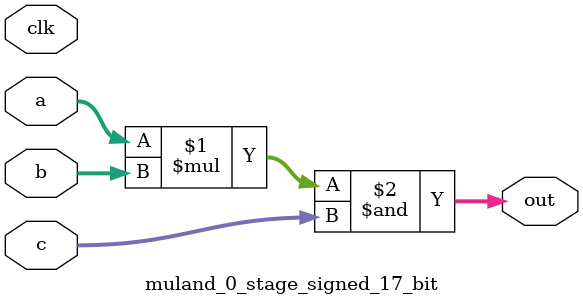
<source format=sv>
(* use_dsp = "yes" *) module muland_0_stage_signed_17_bit(
	input signed [16:0] a,
	input signed [16:0] b,
	input signed [16:0] c,
	output [16:0] out,
	input clk);

	assign out = (a * b) & c;
endmodule

</source>
